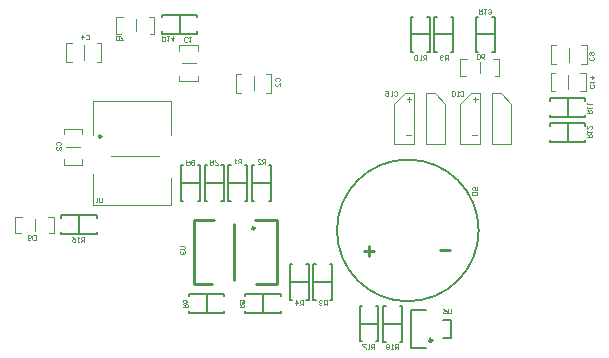
<source format=gbo>
G04*
G04 #@! TF.GenerationSoftware,Altium Limited,Altium Designer,20.0.11 (256)*
G04*
G04 Layer_Color=32896*
%FSLAX44Y44*%
%MOMM*%
G71*
G01*
G75*
%ADD10C,0.2540*%
%ADD11C,0.1500*%
%ADD12C,0.2000*%
%ADD13C,0.1000*%
%ADD14C,0.1270*%
D10*
X358414Y154145D02*
G03*
X358414Y154145I-1414J0D01*
G01*
X78000Y327000D02*
G03*
X78000Y327000I-1000J0D01*
G01*
X207730Y249000D02*
G03*
X207730Y249000I-1000J0D01*
G01*
X190730D02*
Y253000D01*
Y205000D02*
Y209000D01*
Y249000D01*
X208730Y202000D02*
X226730D01*
Y256000D01*
X207730D02*
X226730D01*
X156730Y202000D02*
X171730D01*
X156730D02*
Y256000D01*
X173730D01*
X300500Y229956D02*
X308988D01*
X304744Y225712D02*
Y234200D01*
X364500Y230964D02*
X372977D01*
D11*
X316707Y168250D02*
X332707D01*
X316707Y183250D02*
X318708D01*
X316707Y153250D02*
Y183250D01*
Y153250D02*
X318708D01*
X330707D02*
X332707D01*
Y183250D01*
X330707D02*
X332707D01*
X296665Y168395D02*
X312665D01*
X296665Y183395D02*
X298665D01*
X296665Y153395D02*
Y183395D01*
Y153395D02*
X298665D01*
X310665D02*
X312665D01*
Y183395D01*
X310665D02*
X312665D01*
X129268Y428000D02*
Y430000D01*
X159268D01*
Y428000D02*
Y430000D01*
Y414000D02*
Y416000D01*
X129268Y414000D02*
X159268D01*
X129268D02*
Y416000D01*
X144268Y414000D02*
Y430000D01*
X59043Y244000D02*
Y260000D01*
X44043Y244000D02*
Y246000D01*
Y244000D02*
X74043D01*
Y246000D01*
Y258000D02*
Y260000D01*
X44043D02*
X74043D01*
X44043Y258000D02*
Y260000D01*
X457750Y357000D02*
Y359000D01*
X487750D01*
Y357000D02*
Y359000D01*
Y343000D02*
Y345000D01*
X457750Y343000D02*
X487750D01*
X457750D02*
Y345000D01*
X472750Y343000D02*
Y359000D01*
X487750Y322000D02*
Y324000D01*
X457750Y322000D02*
X487750D01*
X457750D02*
Y324000D01*
Y336000D02*
Y338000D01*
X487750D01*
Y336000D02*
Y338000D01*
X472750Y322000D02*
Y338000D01*
X359915Y398250D02*
X361915D01*
X359915D02*
Y428250D01*
X361915D01*
X373915D02*
X375915D01*
Y398250D02*
Y428250D01*
X373915Y398250D02*
X375915D01*
X359915Y413250D02*
X375915D01*
X353872Y428250D02*
X355872D01*
Y398250D02*
Y428250D01*
X353872Y398250D02*
X355872D01*
X339872D02*
X341872D01*
X339872D02*
Y428250D01*
X341872D01*
X339872Y413250D02*
X355872D01*
X395000Y398250D02*
X397000D01*
X395000D02*
Y428250D01*
X397000D01*
X409000D02*
X411000D01*
Y398250D02*
Y428250D01*
X409000Y398250D02*
X411000D01*
X395000Y413250D02*
X411000D01*
X167280Y177437D02*
Y193437D01*
X152280Y177437D02*
Y179437D01*
Y177437D02*
X182280D01*
Y179437D01*
Y191437D02*
Y193437D01*
X152280D02*
X182280D01*
X152280Y191437D02*
Y193437D01*
X214780Y177437D02*
Y193437D01*
X199780Y177437D02*
Y179437D01*
Y177437D02*
X229780D01*
Y179437D01*
Y191437D02*
Y193437D01*
X199780D02*
X229780D01*
X199780Y191437D02*
Y193437D01*
X237530Y203750D02*
X253530D01*
X251530Y188750D02*
X253530D01*
Y218750D01*
X251530D02*
X253530D01*
X237530D02*
X239530D01*
X237530Y188750D02*
Y218750D01*
Y188750D02*
X239530D01*
X257572Y203750D02*
X273573D01*
X271572Y188750D02*
X273573D01*
Y218750D01*
X271572D02*
X273573D01*
X257572D02*
X259573D01*
X257572Y188750D02*
Y218750D01*
Y188750D02*
X259573D01*
X185530Y272563D02*
X187530D01*
X185530D02*
Y302563D01*
X187530D01*
X199530D02*
X201530D01*
Y272563D02*
Y302563D01*
X199530Y272563D02*
X201530D01*
X185530Y287563D02*
X201530D01*
X205572Y272563D02*
X207572D01*
X205572D02*
Y302563D01*
X207572D01*
X219572D02*
X221572D01*
Y272563D02*
Y302563D01*
X219572Y272563D02*
X221572D01*
X205572Y287563D02*
X221572D01*
X179487Y302563D02*
X181487D01*
Y272563D02*
Y302563D01*
X179487Y272563D02*
X181487D01*
X165487D02*
X167487D01*
X165487D02*
Y302563D01*
X167487D01*
X165487Y287563D02*
X181487D01*
X159445Y302563D02*
X161445D01*
Y272563D02*
Y302563D01*
X159445Y272563D02*
X161445D01*
X145445D02*
X147445D01*
X145445D02*
Y302563D01*
X147445D01*
X145445Y287563D02*
X161445D01*
D12*
X340000Y148145D02*
X353000D01*
X340000D02*
Y180145D01*
X353000D01*
X367000Y156145D02*
X374000D01*
Y171145D01*
X367000D02*
X374000D01*
D13*
X408496Y363500D02*
X416153D01*
X424996Y354657D01*
Y320500D02*
Y354657D01*
X381996Y320500D02*
Y354500D01*
X390996Y363500D01*
X398496D01*
X394493Y356433D02*
X394507Y360550D01*
X392498Y358500D02*
X396496D01*
X381996Y320500D02*
X398496D01*
X408496D02*
X424996D01*
X398496D02*
Y363500D01*
X408496Y320500D02*
Y363500D01*
X392136Y327669D02*
X396134D01*
X352496Y363500D02*
X360154D01*
X368996Y354657D01*
Y320500D02*
Y354657D01*
X325996Y320500D02*
Y354500D01*
X334996Y363500D01*
X342496D01*
X338493Y356433D02*
X338507Y360550D01*
X336498Y358500D02*
X340496D01*
X325996Y320500D02*
X342496D01*
X352496D02*
X368996D01*
X342496D02*
Y363500D01*
X352496Y320500D02*
Y363500D01*
X336136Y327669D02*
X340135D01*
X118000Y428000D02*
X123000D01*
Y414000D02*
Y428000D01*
X119000Y414000D02*
X123000D01*
X90000Y428000D02*
X94000D01*
X90000Y414000D02*
Y428000D01*
Y414000D02*
X95000D01*
X94000Y428000D02*
X96000D01*
X107000Y416000D02*
Y426000D01*
X22000Y247000D02*
Y257000D01*
X9000Y259000D02*
X11000D01*
X5000Y245000D02*
X10000D01*
X5000D02*
Y259000D01*
X9000D01*
X34000Y245000D02*
X38000D01*
Y259000D01*
X33000D02*
X38000D01*
X410000Y392293D02*
X415000D01*
Y378293D02*
Y392293D01*
X411000Y378293D02*
X415000D01*
X382000Y392293D02*
X386000D01*
X382000Y378293D02*
Y392293D01*
Y378293D02*
X387000D01*
X386000Y392293D02*
X388000D01*
X399000Y380293D02*
Y390293D01*
X483355Y381000D02*
X488355D01*
Y365000D02*
Y381000D01*
X483355Y365000D02*
X488355D01*
X458355Y381000D02*
X462355D01*
X458355Y365000D02*
Y381000D01*
Y365000D02*
X462355D01*
X473355Y367000D02*
Y379000D01*
X483792Y404000D02*
X488792D01*
Y388000D02*
Y404000D01*
X483792Y388000D02*
X488792D01*
X458792Y404000D02*
X462792D01*
X458792Y388000D02*
Y404000D01*
Y388000D02*
X462792D01*
X473792Y390000D02*
Y402000D01*
X71000Y269000D02*
Y295000D01*
Y269000D02*
X137000D01*
Y292000D01*
X71000Y328000D02*
Y357000D01*
X137000D01*
Y328000D02*
Y357000D01*
X86000Y310000D02*
X127000D01*
X207000Y366000D02*
Y378000D01*
X192000Y364000D02*
X196000D01*
X192000D02*
Y380000D01*
X196000D01*
X217000Y364000D02*
X222000D01*
Y380000D01*
X217000D02*
X222000D01*
X146000Y389000D02*
X158000D01*
X160000Y374000D02*
Y378000D01*
X144000Y374000D02*
X160000D01*
X144000D02*
Y378000D01*
X160000Y399000D02*
Y404000D01*
X144000D02*
X160000D01*
X144000Y399000D02*
Y404000D01*
X48000Y318000D02*
X60000D01*
X46000Y329000D02*
Y333000D01*
X62000D01*
Y329000D02*
Y333000D01*
X46000Y303000D02*
Y308000D01*
Y303000D02*
X62000D01*
Y308000D01*
X63000Y392000D02*
Y404000D01*
X74000Y406000D02*
X78000D01*
Y390000D02*
Y406000D01*
X74000Y390000D02*
X78000D01*
X48000Y406000D02*
X53000D01*
X48000Y390000D02*
Y406000D01*
Y390000D02*
X53000D01*
X325768Y364364D02*
X326435Y365031D01*
X327768D01*
X328434Y364364D01*
Y361698D01*
X327768Y361032D01*
X326435D01*
X325768Y361698D01*
X324435Y361032D02*
X323102D01*
X323769D01*
Y365031D01*
X324435Y364364D01*
X318437Y365031D02*
X321103D01*
Y363031D01*
X319770Y363698D01*
X319104D01*
X318437Y363031D01*
Y361698D01*
X319104Y361032D01*
X320437D01*
X321103Y361698D01*
X381902Y364364D02*
X382569Y365031D01*
X383902D01*
X384568Y364364D01*
Y361698D01*
X383902Y361032D01*
X382569D01*
X381902Y361698D01*
X380569Y361032D02*
X379236D01*
X379903D01*
Y365031D01*
X380569Y364364D01*
X377237D02*
X376571Y365031D01*
X375238D01*
X374571Y364364D01*
Y361698D01*
X375238Y361032D01*
X376571D01*
X377237Y361698D01*
Y364364D01*
X396052Y277543D02*
X392053D01*
Y279542D01*
X392719Y280208D01*
X395385D01*
X396052Y279542D01*
Y277543D01*
Y284207D02*
Y281541D01*
X394053D01*
X394719Y282874D01*
Y283541D01*
X394053Y284207D01*
X392719D01*
X392053Y283541D01*
Y282208D01*
X392719Y281541D01*
X328998Y147001D02*
Y150999D01*
X326999D01*
X326333Y150333D01*
Y149000D01*
X326999Y148334D01*
X328998D01*
X327665D02*
X326333Y147001D01*
X325000D02*
X323667D01*
X324333D01*
Y150999D01*
X325000Y150333D01*
X321667D02*
X321001Y150999D01*
X319668D01*
X319002Y150333D01*
Y149667D01*
X319668Y149000D01*
X319002Y148334D01*
Y147667D01*
X319668Y147001D01*
X321001D01*
X321667Y147667D01*
Y148334D01*
X321001Y149000D01*
X321667Y149667D01*
Y150333D01*
X321001Y149000D02*
X319668D01*
X308998Y147001D02*
Y150999D01*
X306999D01*
X306333Y150333D01*
Y149000D01*
X306999Y148334D01*
X308998D01*
X307666D02*
X306333Y147001D01*
X305000D02*
X303667D01*
X304333D01*
Y150999D01*
X305000Y150333D01*
X301667Y150999D02*
X299002D01*
Y150333D01*
X301667Y147667D01*
Y147001D01*
X150113Y306812D02*
Y302813D01*
X152112D01*
X152778Y303480D01*
Y304813D01*
X152112Y305479D01*
X150113D01*
X151446D02*
X152778Y306812D01*
X154111Y303480D02*
X154778Y302813D01*
X156111D01*
X156777Y303480D01*
Y304146D01*
X156111Y304813D01*
X156777Y305479D01*
Y306145D01*
X156111Y306812D01*
X154778D01*
X154111Y306145D01*
Y305479D01*
X154778Y304813D01*
X154111Y304146D01*
Y303480D01*
X154778Y304813D02*
X156111D01*
X170113Y306812D02*
Y302813D01*
X172112D01*
X172778Y303480D01*
Y304813D01*
X172112Y305479D01*
X170113D01*
X171446D02*
X172778Y306812D01*
X174111Y302813D02*
X176777D01*
Y303480D01*
X174111Y306145D01*
Y306812D01*
X216902Y303813D02*
Y307812D01*
X214903D01*
X214236Y307145D01*
Y305812D01*
X214903Y305146D01*
X216902D01*
X215569D02*
X214236Y303813D01*
X210238D02*
X212903D01*
X210238Y306479D01*
Y307145D01*
X210904Y307812D01*
X212237D01*
X212903Y307145D01*
X196196Y304001D02*
Y307999D01*
X194196D01*
X193530Y307333D01*
Y306000D01*
X194196Y305333D01*
X196196D01*
X194863D02*
X193530Y304001D01*
X192197D02*
X190864D01*
X191530D01*
Y307999D01*
X192197Y307333D01*
X78666Y274999D02*
Y271667D01*
X77999Y271001D01*
X76666D01*
X76000Y271667D01*
Y274999D01*
X74667Y271001D02*
X73334D01*
X74001D01*
Y274999D01*
X74667Y274333D01*
X374332Y180999D02*
Y177667D01*
X373666Y177001D01*
X372333D01*
X371666Y177667D01*
Y180999D01*
X367668D02*
X369001Y180333D01*
X370334Y179000D01*
Y177667D01*
X369667Y177001D01*
X368334D01*
X367668Y177667D01*
Y178334D01*
X368334Y179000D01*
X370334D01*
X144731Y234332D02*
X148063D01*
X148729Y233666D01*
Y232333D01*
X148063Y231667D01*
X144731D01*
X145397Y230334D02*
X144731Y229667D01*
Y228334D01*
X145397Y227668D01*
X146063D01*
X146730Y228334D01*
Y229001D01*
Y228334D01*
X147396Y227668D01*
X148063D01*
X148729Y228334D01*
Y229667D01*
X148063Y230334D01*
X63291Y237793D02*
Y241792D01*
X61291D01*
X60625Y241126D01*
Y239793D01*
X61291Y239126D01*
X63291D01*
X61958D02*
X60625Y237793D01*
X59292D02*
X57959D01*
X58626D01*
Y241792D01*
X59292Y241126D01*
X53294Y241792D02*
X54627Y241126D01*
X55960Y239793D01*
Y238460D01*
X55293Y237793D01*
X53961D01*
X53294Y238460D01*
Y239126D01*
X53961Y239793D01*
X55960D01*
X129667Y411999D02*
Y408001D01*
X131666D01*
X132332Y408667D01*
Y410000D01*
X131666Y410666D01*
X129667D01*
X131000D02*
X132332Y411999D01*
X133665D02*
X134998D01*
X134332D01*
Y408001D01*
X133665Y408667D01*
X138997Y411999D02*
Y408001D01*
X136998Y410000D01*
X139663D01*
X397959Y434499D02*
Y430501D01*
X399958D01*
X400625Y431167D01*
Y432500D01*
X399958Y433166D01*
X397959D01*
X399292D02*
X400625Y434499D01*
X401958D02*
X403291D01*
X402624D01*
Y430501D01*
X401958Y431167D01*
X405290D02*
X405956Y430501D01*
X407289D01*
X407956Y431167D01*
Y431833D01*
X407289Y432500D01*
X406623D01*
X407289D01*
X407956Y433166D01*
Y433833D01*
X407289Y434499D01*
X405956D01*
X405290Y433833D01*
X489501Y326002D02*
X493499D01*
Y328001D01*
X492833Y328667D01*
X491500D01*
X490834Y328001D01*
Y326002D01*
Y327335D02*
X489501Y328667D01*
Y330000D02*
Y331333D01*
Y330667D01*
X493499D01*
X492833Y330000D01*
X489501Y335998D02*
Y333333D01*
X492166Y335998D01*
X492833D01*
X493499Y335332D01*
Y333999D01*
X492833Y333333D01*
X489501Y346668D02*
X493499D01*
Y348667D01*
X492833Y349334D01*
X491500D01*
X490834Y348667D01*
Y346668D01*
Y348001D02*
X489501Y349334D01*
Y350667D02*
Y352000D01*
Y351333D01*
X493499D01*
X492833Y350667D01*
X489501Y353999D02*
Y355332D01*
Y354665D01*
X493499D01*
X492833Y353999D01*
X352998Y392001D02*
Y395999D01*
X350999D01*
X350332Y395333D01*
Y394000D01*
X350999Y393334D01*
X352998D01*
X351665D02*
X350332Y392001D01*
X349000D02*
X347667D01*
X348333D01*
Y395999D01*
X349000Y395333D01*
X345667D02*
X345001Y395999D01*
X343668D01*
X343002Y395333D01*
Y392667D01*
X343668Y392001D01*
X345001D01*
X345667Y392667D01*
Y395333D01*
X371332Y392001D02*
Y395999D01*
X369333D01*
X368666Y395333D01*
Y394000D01*
X369333Y393334D01*
X371332D01*
X369999D02*
X368666Y392001D01*
X367334Y392667D02*
X366667Y392001D01*
X365334D01*
X364668Y392667D01*
Y395333D01*
X365334Y395999D01*
X366667D01*
X367334Y395333D01*
Y394666D01*
X366667Y394000D01*
X364668D01*
X147531Y182105D02*
X151529D01*
Y184104D01*
X150863Y184771D01*
X149530D01*
X148863Y184104D01*
Y182105D01*
Y183438D02*
X147531Y184771D01*
X151529Y188770D02*
X150863Y187437D01*
X149530Y186104D01*
X148197D01*
X147531Y186770D01*
Y188103D01*
X148197Y188770D01*
X148863D01*
X149530Y188103D01*
Y186104D01*
X195030Y182148D02*
X199029D01*
Y184147D01*
X198363Y184813D01*
X197030D01*
X196363Y184147D01*
Y182148D01*
Y183481D02*
X195030Y184813D01*
X199029Y188812D02*
Y186146D01*
X197030D01*
X197696Y187479D01*
Y188146D01*
X197030Y188812D01*
X195697D01*
X195030Y188146D01*
Y186813D01*
X195697Y186146D01*
X248777Y184001D02*
Y187999D01*
X246778D01*
X246111Y187333D01*
Y186000D01*
X246778Y185333D01*
X248777D01*
X247444D02*
X246111Y184001D01*
X242779D02*
Y187999D01*
X244778Y186000D01*
X242113D01*
X268905Y184001D02*
Y187999D01*
X266905D01*
X266239Y187333D01*
Y186000D01*
X266905Y185333D01*
X268905D01*
X267572D02*
X266239Y184001D01*
X264906Y187333D02*
X264240Y187999D01*
X262907D01*
X262240Y187333D01*
Y186667D01*
X262907Y186000D01*
X263573D01*
X262907D01*
X262240Y185333D01*
Y184667D01*
X262907Y184001D01*
X264240D01*
X264906Y184667D01*
X22332Y242999D02*
Y239001D01*
X20333D01*
X19667Y239667D01*
Y242333D01*
X20333Y242999D01*
X22332D01*
X18334Y239667D02*
X17667Y239001D01*
X16334D01*
X15668Y239667D01*
Y242333D01*
X16334Y242999D01*
X17667D01*
X18334Y242333D01*
Y241667D01*
X17667Y241000D01*
X15668D01*
X90108Y408168D02*
Y412167D01*
X92107D01*
X92774Y411501D01*
Y408835D01*
X92107Y408168D01*
X90108D01*
X94106D02*
X96772D01*
Y408835D01*
X94106Y411501D01*
Y412167D01*
X395668Y392293D02*
Y396292D01*
X397667D01*
X398334Y395625D01*
Y392960D01*
X397667Y392293D01*
X395668D01*
X402332D02*
X400999Y392960D01*
X399666Y394292D01*
Y395625D01*
X400333Y396292D01*
X401666D01*
X402332Y395625D01*
Y394959D01*
X401666Y394292D01*
X399666D01*
X494688Y370667D02*
X495354Y370001D01*
Y368668D01*
X494688Y368002D01*
X492022D01*
X491356Y368668D01*
Y370001D01*
X492022Y370667D01*
X491356Y372000D02*
Y373333D01*
Y372667D01*
X495354D01*
X494688Y372000D01*
X491356Y377332D02*
X495354D01*
X493355Y375333D01*
Y377998D01*
X494040Y394291D02*
X494707Y393625D01*
Y392292D01*
X494040Y391625D01*
X491375D01*
X490708Y392292D01*
Y393625D01*
X491375Y394291D01*
Y395624D02*
X490708Y396290D01*
Y397623D01*
X491375Y398290D01*
X494040D01*
X494707Y397623D01*
Y396290D01*
X494040Y395624D01*
X493374D01*
X492707Y396290D01*
Y398290D01*
X64666Y412333D02*
X65333Y412999D01*
X66666D01*
X67332Y412333D01*
Y409667D01*
X66666Y409001D01*
X65333D01*
X64666Y409667D01*
X61334Y409001D02*
Y412999D01*
X63334Y411000D01*
X60668D01*
X40667Y319667D02*
X40001Y320333D01*
Y321666D01*
X40667Y322332D01*
X43333D01*
X43999Y321666D01*
Y320333D01*
X43333Y319667D01*
X40667Y318334D02*
X40001Y317667D01*
Y316334D01*
X40667Y315668D01*
X41333D01*
X42000Y316334D01*
Y317001D01*
Y316334D01*
X42666Y315668D01*
X43333D01*
X43999Y316334D01*
Y317667D01*
X43333Y318334D01*
X225667Y373666D02*
X225001Y374333D01*
Y375666D01*
X225667Y376332D01*
X228333D01*
X228999Y375666D01*
Y374333D01*
X228333Y373666D01*
X228999Y369668D02*
Y372334D01*
X226334Y369668D01*
X225667D01*
X225001Y370334D01*
Y371667D01*
X225667Y372334D01*
X151000Y407667D02*
X150334Y407001D01*
X149001D01*
X148334Y407667D01*
Y410333D01*
X149001Y410999D01*
X150334D01*
X151000Y410333D01*
X152333Y410999D02*
X153666D01*
X152999D01*
Y407001D01*
X152333Y407667D01*
D14*
X397500Y247322D02*
G03*
X397500Y247322I-60000J0D01*
G01*
M02*

</source>
